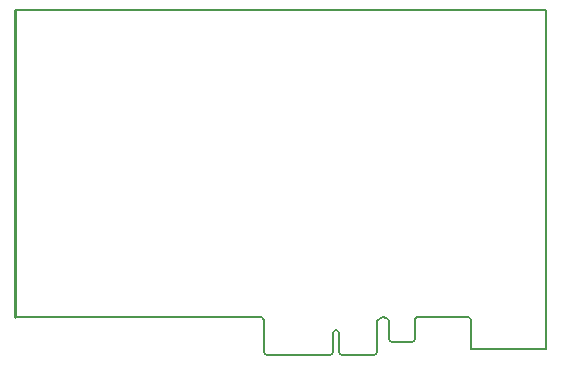
<source format=gko>
G04*
G04 #@! TF.GenerationSoftware,Altium Limited,Altium Designer,21.6.4 (81)*
G04*
G04 Layer_Color=16711935*
%FSLAX44Y44*%
%MOMM*%
G71*
G04*
G04 #@! TF.SameCoordinates,BBD99886-0AEC-46FA-8170-3E0A894F067B*
G04*
G04*
G04 #@! TF.FilePolarity,Positive*
G04*
G01*
G75*
%ADD10C,0.2000*%
%ADD13C,0.2540*%
D10*
X510750Y796290D02*
X960766Y796290D01*
X960766Y778125D02*
X960766Y796290D01*
X960766Y509131D02*
X960766Y778125D01*
X949879Y509131D02*
X960766D01*
X897050Y509130D02*
X949879Y509131D01*
X897050Y509130D02*
Y533122D01*
X896359Y535001D02*
X897050Y533122D01*
X894526Y535807D02*
X896359Y535001D01*
X849930Y535057D02*
X851740Y535807D01*
X849181Y533248D02*
X849930Y535057D01*
X849181Y533248D02*
X849181Y517333D01*
X848431Y515524D02*
X849181Y517333D01*
X846622Y514774D02*
X848431Y515524D01*
X830422Y514774D02*
X846622Y514774D01*
X721510Y506377D02*
X722260Y504567D01*
X721510Y532985D02*
X721510Y506377D01*
X722260Y504567D02*
X724069Y503818D01*
X851740Y535807D02*
X894526D01*
X828612Y515524D02*
X830422Y514774D01*
X827862Y517333D02*
X828612Y515524D01*
X827862Y530437D02*
X827862Y517333D01*
X827444Y532509D02*
X827862Y530437D01*
X826303Y534202D02*
X827444Y532509D01*
X824611Y535343D02*
X826303Y534202D01*
X822539Y535761D02*
X824611Y535343D01*
X818774Y534202D02*
X820501Y535356D01*
X817620Y532475D02*
X818774Y534202D01*
X817215Y530437D02*
X817620Y532475D01*
X817215Y506446D02*
X817215Y530437D01*
X814655Y503886D02*
X816465Y504636D01*
X820501Y535356D02*
X822539Y535761D01*
X720733Y534984D02*
X721510Y532985D01*
X718734Y535761D02*
X720733Y534984D01*
X665620Y535693D02*
X718734Y535761D01*
X510750Y535693D02*
X665620Y535693D01*
X787876Y503886D02*
X814655Y503886D01*
X786059Y504632D02*
X787876Y503886D01*
X785305Y506446D02*
X786059Y504632D01*
X785305Y506446D02*
X785305Y522474D01*
X784529Y524349D02*
X785305Y522474D01*
X780773Y524352D02*
X782655Y525125D01*
X779993Y522474D02*
X780773Y524352D01*
X779993Y506423D02*
X779993Y522474D01*
X779260Y504583D02*
X779993Y506423D01*
X777434Y503818D02*
X779260Y504583D01*
X724069Y503818D02*
X777434D01*
X782655Y525125D02*
X784529Y524349D01*
X816465Y504636D02*
X817215Y506446D01*
D13*
X510750Y535693D02*
Y796290D01*
M02*

</source>
